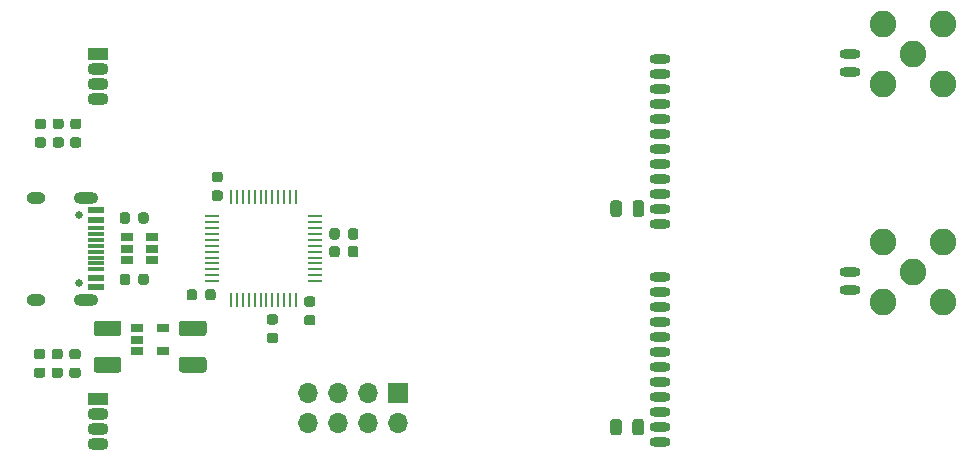
<source format=gbr>
G04 #@! TF.GenerationSoftware,KiCad,Pcbnew,5.1.8-db9833491~87~ubuntu20.04.1*
G04 #@! TF.CreationDate,2020-11-19T11:04:08+01:00*
G04 #@! TF.ProjectId,odie,6f646965-2e6b-4696-9361-645f70636258,v1.0*
G04 #@! TF.SameCoordinates,Original*
G04 #@! TF.FileFunction,Soldermask,Top*
G04 #@! TF.FilePolarity,Negative*
%FSLAX46Y46*%
G04 Gerber Fmt 4.6, Leading zero omitted, Abs format (unit mm)*
G04 Created by KiCad (PCBNEW 5.1.8-db9833491~87~ubuntu20.04.1) date 2020-11-19 11:04:08*
%MOMM*%
%LPD*%
G01*
G04 APERTURE LIST*
%ADD10R,1.300000X0.250000*%
%ADD11R,0.250000X1.300000*%
%ADD12R,1.060000X0.650000*%
%ADD13O,1.800000X1.070000*%
%ADD14R,1.800000X1.070000*%
%ADD15R,1.700000X1.700000*%
%ADD16O,1.700000X1.700000*%
%ADD17C,2.250000*%
%ADD18R,1.450000X0.600000*%
%ADD19R,1.450000X0.300000*%
%ADD20O,2.100000X1.000000*%
%ADD21C,0.650000*%
%ADD22O,1.600000X1.000000*%
%ADD23O,1.800000X0.800000*%
G04 APERTURE END LIST*
D10*
X145350000Y-116250000D03*
X145350000Y-115750000D03*
X145350000Y-115250000D03*
X145350000Y-114750000D03*
X145350000Y-114250000D03*
X145350000Y-113750000D03*
X145350000Y-113250000D03*
X145350000Y-112750000D03*
X145350000Y-112250000D03*
X145350000Y-111750000D03*
X145350000Y-111250000D03*
X145350000Y-110750000D03*
D11*
X143750000Y-109150000D03*
X143250000Y-109150000D03*
X142750000Y-109150000D03*
X142250000Y-109150000D03*
X141750000Y-109150000D03*
X141250000Y-109150000D03*
X140750000Y-109150000D03*
X140250000Y-109150000D03*
X139750000Y-109150000D03*
X139250000Y-109150000D03*
X138750000Y-109150000D03*
X138250000Y-109150000D03*
D10*
X136650000Y-110750000D03*
X136650000Y-111250000D03*
X136650000Y-111750000D03*
X136650000Y-112250000D03*
X136650000Y-112750000D03*
X136650000Y-113250000D03*
X136650000Y-113750000D03*
X136650000Y-114250000D03*
X136650000Y-114750000D03*
X136650000Y-115250000D03*
X136650000Y-115750000D03*
X136650000Y-116250000D03*
D11*
X138250000Y-117850000D03*
X138750000Y-117850000D03*
X139250000Y-117850000D03*
X139750000Y-117850000D03*
X140250000Y-117850000D03*
X140750000Y-117850000D03*
X141250000Y-117850000D03*
X141750000Y-117850000D03*
X142250000Y-117850000D03*
X142750000Y-117850000D03*
X143250000Y-117850000D03*
X143750000Y-117850000D03*
G36*
G01*
X131275000Y-110643750D02*
X131275000Y-111156250D01*
G75*
G02*
X131056250Y-111375000I-218750J0D01*
G01*
X130618750Y-111375000D01*
G75*
G02*
X130400000Y-111156250I0J218750D01*
G01*
X130400000Y-110643750D01*
G75*
G02*
X130618750Y-110425000I218750J0D01*
G01*
X131056250Y-110425000D01*
G75*
G02*
X131275000Y-110643750I0J-218750D01*
G01*
G37*
G36*
G01*
X129700000Y-110643750D02*
X129700000Y-111156250D01*
G75*
G02*
X129481250Y-111375000I-218750J0D01*
G01*
X129043750Y-111375000D01*
G75*
G02*
X128825000Y-111156250I0J218750D01*
G01*
X128825000Y-110643750D01*
G75*
G02*
X129043750Y-110425000I218750J0D01*
G01*
X129481250Y-110425000D01*
G75*
G02*
X129700000Y-110643750I0J-218750D01*
G01*
G37*
G36*
G01*
X126874999Y-122665000D02*
X128725001Y-122665000D01*
G75*
G02*
X128975000Y-122914999I0J-249999D01*
G01*
X128975000Y-123740001D01*
G75*
G02*
X128725001Y-123990000I-249999J0D01*
G01*
X126874999Y-123990000D01*
G75*
G02*
X126625000Y-123740001I0J249999D01*
G01*
X126625000Y-122914999D01*
G75*
G02*
X126874999Y-122665000I249999J0D01*
G01*
G37*
G36*
G01*
X126874999Y-119590000D02*
X128725001Y-119590000D01*
G75*
G02*
X128975000Y-119839999I0J-249999D01*
G01*
X128975000Y-120665001D01*
G75*
G02*
X128725001Y-120915000I-249999J0D01*
G01*
X126874999Y-120915000D01*
G75*
G02*
X126625000Y-120665001I0J249999D01*
G01*
X126625000Y-119839999D01*
G75*
G02*
X126874999Y-119590000I249999J0D01*
G01*
G37*
G36*
G01*
X134074999Y-119587500D02*
X135925001Y-119587500D01*
G75*
G02*
X136175000Y-119837499I0J-249999D01*
G01*
X136175000Y-120662501D01*
G75*
G02*
X135925001Y-120912500I-249999J0D01*
G01*
X134074999Y-120912500D01*
G75*
G02*
X133825000Y-120662501I0J249999D01*
G01*
X133825000Y-119837499D01*
G75*
G02*
X134074999Y-119587500I249999J0D01*
G01*
G37*
G36*
G01*
X134074999Y-122662500D02*
X135925001Y-122662500D01*
G75*
G02*
X136175000Y-122912499I0J-249999D01*
G01*
X136175000Y-123737501D01*
G75*
G02*
X135925001Y-123987500I-249999J0D01*
G01*
X134074999Y-123987500D01*
G75*
G02*
X133825000Y-123737501I0J249999D01*
G01*
X133825000Y-122912499D01*
G75*
G02*
X134074999Y-122662500I249999J0D01*
G01*
G37*
G36*
G01*
X135370000Y-117153750D02*
X135370000Y-117666250D01*
G75*
G02*
X135151250Y-117885000I-218750J0D01*
G01*
X134713750Y-117885000D01*
G75*
G02*
X134495000Y-117666250I0J218750D01*
G01*
X134495000Y-117153750D01*
G75*
G02*
X134713750Y-116935000I218750J0D01*
G01*
X135151250Y-116935000D01*
G75*
G02*
X135370000Y-117153750I0J-218750D01*
G01*
G37*
G36*
G01*
X136945000Y-117153750D02*
X136945000Y-117666250D01*
G75*
G02*
X136726250Y-117885000I-218750J0D01*
G01*
X136288750Y-117885000D01*
G75*
G02*
X136070000Y-117666250I0J218750D01*
G01*
X136070000Y-117153750D01*
G75*
G02*
X136288750Y-116935000I218750J0D01*
G01*
X136726250Y-116935000D01*
G75*
G02*
X136945000Y-117153750I0J-218750D01*
G01*
G37*
G36*
G01*
X144653750Y-117545000D02*
X145166250Y-117545000D01*
G75*
G02*
X145385000Y-117763750I0J-218750D01*
G01*
X145385000Y-118201250D01*
G75*
G02*
X145166250Y-118420000I-218750J0D01*
G01*
X144653750Y-118420000D01*
G75*
G02*
X144435000Y-118201250I0J218750D01*
G01*
X144435000Y-117763750D01*
G75*
G02*
X144653750Y-117545000I218750J0D01*
G01*
G37*
G36*
G01*
X144653750Y-119120000D02*
X145166250Y-119120000D01*
G75*
G02*
X145385000Y-119338750I0J-218750D01*
G01*
X145385000Y-119776250D01*
G75*
G02*
X145166250Y-119995000I-218750J0D01*
G01*
X144653750Y-119995000D01*
G75*
G02*
X144435000Y-119776250I0J218750D01*
G01*
X144435000Y-119338750D01*
G75*
G02*
X144653750Y-119120000I218750J0D01*
G01*
G37*
G36*
G01*
X137336250Y-107870000D02*
X136823750Y-107870000D01*
G75*
G02*
X136605000Y-107651250I0J218750D01*
G01*
X136605000Y-107213750D01*
G75*
G02*
X136823750Y-106995000I218750J0D01*
G01*
X137336250Y-106995000D01*
G75*
G02*
X137555000Y-107213750I0J-218750D01*
G01*
X137555000Y-107651250D01*
G75*
G02*
X137336250Y-107870000I-218750J0D01*
G01*
G37*
G36*
G01*
X137336250Y-109445000D02*
X136823750Y-109445000D01*
G75*
G02*
X136605000Y-109226250I0J218750D01*
G01*
X136605000Y-108788750D01*
G75*
G02*
X136823750Y-108570000I218750J0D01*
G01*
X137336250Y-108570000D01*
G75*
G02*
X137555000Y-108788750I0J-218750D01*
G01*
X137555000Y-109226250D01*
G75*
G02*
X137336250Y-109445000I-218750J0D01*
G01*
G37*
G36*
G01*
X146575000Y-112506250D02*
X146575000Y-111993750D01*
G75*
G02*
X146793750Y-111775000I218750J0D01*
G01*
X147231250Y-111775000D01*
G75*
G02*
X147450000Y-111993750I0J-218750D01*
G01*
X147450000Y-112506250D01*
G75*
G02*
X147231250Y-112725000I-218750J0D01*
G01*
X146793750Y-112725000D01*
G75*
G02*
X146575000Y-112506250I0J218750D01*
G01*
G37*
G36*
G01*
X148150000Y-112506250D02*
X148150000Y-111993750D01*
G75*
G02*
X148368750Y-111775000I218750J0D01*
G01*
X148806250Y-111775000D01*
G75*
G02*
X149025000Y-111993750I0J-218750D01*
G01*
X149025000Y-112506250D01*
G75*
G02*
X148806250Y-112725000I-218750J0D01*
G01*
X148368750Y-112725000D01*
G75*
G02*
X148150000Y-112506250I0J218750D01*
G01*
G37*
G36*
G01*
X146575000Y-114006250D02*
X146575000Y-113493750D01*
G75*
G02*
X146793750Y-113275000I218750J0D01*
G01*
X147231250Y-113275000D01*
G75*
G02*
X147450000Y-113493750I0J-218750D01*
G01*
X147450000Y-114006250D01*
G75*
G02*
X147231250Y-114225000I-218750J0D01*
G01*
X146793750Y-114225000D01*
G75*
G02*
X146575000Y-114006250I0J218750D01*
G01*
G37*
G36*
G01*
X148150000Y-114006250D02*
X148150000Y-113493750D01*
G75*
G02*
X148368750Y-113275000I218750J0D01*
G01*
X148806250Y-113275000D01*
G75*
G02*
X149025000Y-113493750I0J-218750D01*
G01*
X149025000Y-114006250D01*
G75*
G02*
X148806250Y-114225000I-218750J0D01*
G01*
X148368750Y-114225000D01*
G75*
G02*
X148150000Y-114006250I0J218750D01*
G01*
G37*
G36*
G01*
X129700000Y-115843750D02*
X129700000Y-116356250D01*
G75*
G02*
X129481250Y-116575000I-218750J0D01*
G01*
X129043750Y-116575000D01*
G75*
G02*
X128825000Y-116356250I0J218750D01*
G01*
X128825000Y-115843750D01*
G75*
G02*
X129043750Y-115625000I218750J0D01*
G01*
X129481250Y-115625000D01*
G75*
G02*
X129700000Y-115843750I0J-218750D01*
G01*
G37*
G36*
G01*
X131275000Y-115843750D02*
X131275000Y-116356250D01*
G75*
G02*
X131056250Y-116575000I-218750J0D01*
G01*
X130618750Y-116575000D01*
G75*
G02*
X130400000Y-116356250I0J218750D01*
G01*
X130400000Y-115843750D01*
G75*
G02*
X130618750Y-115625000I218750J0D01*
G01*
X131056250Y-115625000D01*
G75*
G02*
X131275000Y-115843750I0J-218750D01*
G01*
G37*
G36*
G01*
X141493750Y-119045000D02*
X142006250Y-119045000D01*
G75*
G02*
X142225000Y-119263750I0J-218750D01*
G01*
X142225000Y-119701250D01*
G75*
G02*
X142006250Y-119920000I-218750J0D01*
G01*
X141493750Y-119920000D01*
G75*
G02*
X141275000Y-119701250I0J218750D01*
G01*
X141275000Y-119263750D01*
G75*
G02*
X141493750Y-119045000I218750J0D01*
G01*
G37*
G36*
G01*
X141493750Y-120620000D02*
X142006250Y-120620000D01*
G75*
G02*
X142225000Y-120838750I0J-218750D01*
G01*
X142225000Y-121276250D01*
G75*
G02*
X142006250Y-121495000I-218750J0D01*
G01*
X141493750Y-121495000D01*
G75*
G02*
X141275000Y-121276250I0J218750D01*
G01*
X141275000Y-120838750D01*
G75*
G02*
X141493750Y-120620000I218750J0D01*
G01*
G37*
G36*
G01*
X122366250Y-104945000D02*
X121853750Y-104945000D01*
G75*
G02*
X121635000Y-104726250I0J218750D01*
G01*
X121635000Y-104288750D01*
G75*
G02*
X121853750Y-104070000I218750J0D01*
G01*
X122366250Y-104070000D01*
G75*
G02*
X122585000Y-104288750I0J-218750D01*
G01*
X122585000Y-104726250D01*
G75*
G02*
X122366250Y-104945000I-218750J0D01*
G01*
G37*
G36*
G01*
X122366250Y-103370000D02*
X121853750Y-103370000D01*
G75*
G02*
X121635000Y-103151250I0J218750D01*
G01*
X121635000Y-102713750D01*
G75*
G02*
X121853750Y-102495000I218750J0D01*
G01*
X122366250Y-102495000D01*
G75*
G02*
X122585000Y-102713750I0J-218750D01*
G01*
X122585000Y-103151250D01*
G75*
G02*
X122366250Y-103370000I-218750J0D01*
G01*
G37*
G36*
G01*
X123866250Y-103370000D02*
X123353750Y-103370000D01*
G75*
G02*
X123135000Y-103151250I0J218750D01*
G01*
X123135000Y-102713750D01*
G75*
G02*
X123353750Y-102495000I218750J0D01*
G01*
X123866250Y-102495000D01*
G75*
G02*
X124085000Y-102713750I0J-218750D01*
G01*
X124085000Y-103151250D01*
G75*
G02*
X123866250Y-103370000I-218750J0D01*
G01*
G37*
G36*
G01*
X123866250Y-104945000D02*
X123353750Y-104945000D01*
G75*
G02*
X123135000Y-104726250I0J218750D01*
G01*
X123135000Y-104288750D01*
G75*
G02*
X123353750Y-104070000I218750J0D01*
G01*
X123866250Y-104070000D01*
G75*
G02*
X124085000Y-104288750I0J-218750D01*
G01*
X124085000Y-104726250D01*
G75*
G02*
X123866250Y-104945000I-218750J0D01*
G01*
G37*
G36*
G01*
X125366250Y-104945000D02*
X124853750Y-104945000D01*
G75*
G02*
X124635000Y-104726250I0J218750D01*
G01*
X124635000Y-104288750D01*
G75*
G02*
X124853750Y-104070000I218750J0D01*
G01*
X125366250Y-104070000D01*
G75*
G02*
X125585000Y-104288750I0J-218750D01*
G01*
X125585000Y-104726250D01*
G75*
G02*
X125366250Y-104945000I-218750J0D01*
G01*
G37*
G36*
G01*
X125366250Y-103370000D02*
X124853750Y-103370000D01*
G75*
G02*
X124635000Y-103151250I0J218750D01*
G01*
X124635000Y-102713750D01*
G75*
G02*
X124853750Y-102495000I218750J0D01*
G01*
X125366250Y-102495000D01*
G75*
G02*
X125585000Y-102713750I0J-218750D01*
G01*
X125585000Y-103151250D01*
G75*
G02*
X125366250Y-103370000I-218750J0D01*
G01*
G37*
G36*
G01*
X124783750Y-123560000D02*
X125296250Y-123560000D01*
G75*
G02*
X125515000Y-123778750I0J-218750D01*
G01*
X125515000Y-124216250D01*
G75*
G02*
X125296250Y-124435000I-218750J0D01*
G01*
X124783750Y-124435000D01*
G75*
G02*
X124565000Y-124216250I0J218750D01*
G01*
X124565000Y-123778750D01*
G75*
G02*
X124783750Y-123560000I218750J0D01*
G01*
G37*
G36*
G01*
X124783750Y-121985000D02*
X125296250Y-121985000D01*
G75*
G02*
X125515000Y-122203750I0J-218750D01*
G01*
X125515000Y-122641250D01*
G75*
G02*
X125296250Y-122860000I-218750J0D01*
G01*
X124783750Y-122860000D01*
G75*
G02*
X124565000Y-122641250I0J218750D01*
G01*
X124565000Y-122203750D01*
G75*
G02*
X124783750Y-121985000I218750J0D01*
G01*
G37*
D12*
X130300000Y-120250000D03*
X130300000Y-121200000D03*
X130300000Y-122150000D03*
X132500000Y-122150000D03*
X132500000Y-120250000D03*
X131600000Y-114450000D03*
X131600000Y-113500000D03*
X131600000Y-112550000D03*
X129400000Y-112550000D03*
X129400000Y-114450000D03*
X129400000Y-113500000D03*
D13*
X127000000Y-100810000D03*
X127000000Y-99540000D03*
X127000000Y-98270000D03*
D14*
X127000000Y-97000000D03*
X127000000Y-126200000D03*
D13*
X127000000Y-127470000D03*
X127000000Y-128740000D03*
X127000000Y-130010000D03*
G36*
G01*
X123273750Y-121985000D02*
X123786250Y-121985000D01*
G75*
G02*
X124005000Y-122203750I0J-218750D01*
G01*
X124005000Y-122641250D01*
G75*
G02*
X123786250Y-122860000I-218750J0D01*
G01*
X123273750Y-122860000D01*
G75*
G02*
X123055000Y-122641250I0J218750D01*
G01*
X123055000Y-122203750D01*
G75*
G02*
X123273750Y-121985000I218750J0D01*
G01*
G37*
G36*
G01*
X123273750Y-123560000D02*
X123786250Y-123560000D01*
G75*
G02*
X124005000Y-123778750I0J-218750D01*
G01*
X124005000Y-124216250D01*
G75*
G02*
X123786250Y-124435000I-218750J0D01*
G01*
X123273750Y-124435000D01*
G75*
G02*
X123055000Y-124216250I0J218750D01*
G01*
X123055000Y-123778750D01*
G75*
G02*
X123273750Y-123560000I218750J0D01*
G01*
G37*
G36*
G01*
X121783750Y-123560000D02*
X122296250Y-123560000D01*
G75*
G02*
X122515000Y-123778750I0J-218750D01*
G01*
X122515000Y-124216250D01*
G75*
G02*
X122296250Y-124435000I-218750J0D01*
G01*
X121783750Y-124435000D01*
G75*
G02*
X121565000Y-124216250I0J218750D01*
G01*
X121565000Y-123778750D01*
G75*
G02*
X121783750Y-123560000I218750J0D01*
G01*
G37*
G36*
G01*
X121783750Y-121985000D02*
X122296250Y-121985000D01*
G75*
G02*
X122515000Y-122203750I0J-218750D01*
G01*
X122515000Y-122641250D01*
G75*
G02*
X122296250Y-122860000I-218750J0D01*
G01*
X121783750Y-122860000D01*
G75*
G02*
X121565000Y-122641250I0J218750D01*
G01*
X121565000Y-122203750D01*
G75*
G02*
X121783750Y-121985000I218750J0D01*
G01*
G37*
G36*
G01*
X173225000Y-109653750D02*
X173225000Y-110566250D01*
G75*
G02*
X172981250Y-110810000I-243750J0D01*
G01*
X172493750Y-110810000D01*
G75*
G02*
X172250000Y-110566250I0J243750D01*
G01*
X172250000Y-109653750D01*
G75*
G02*
X172493750Y-109410000I243750J0D01*
G01*
X172981250Y-109410000D01*
G75*
G02*
X173225000Y-109653750I0J-243750D01*
G01*
G37*
G36*
G01*
X171350000Y-109653750D02*
X171350000Y-110566250D01*
G75*
G02*
X171106250Y-110810000I-243750J0D01*
G01*
X170618750Y-110810000D01*
G75*
G02*
X170375000Y-110566250I0J243750D01*
G01*
X170375000Y-109653750D01*
G75*
G02*
X170618750Y-109410000I243750J0D01*
G01*
X171106250Y-109410000D01*
G75*
G02*
X171350000Y-109653750I0J-243750D01*
G01*
G37*
G36*
G01*
X171340000Y-128153750D02*
X171340000Y-129066250D01*
G75*
G02*
X171096250Y-129310000I-243750J0D01*
G01*
X170608750Y-129310000D01*
G75*
G02*
X170365000Y-129066250I0J243750D01*
G01*
X170365000Y-128153750D01*
G75*
G02*
X170608750Y-127910000I243750J0D01*
G01*
X171096250Y-127910000D01*
G75*
G02*
X171340000Y-128153750I0J-243750D01*
G01*
G37*
G36*
G01*
X173215000Y-128153750D02*
X173215000Y-129066250D01*
G75*
G02*
X172971250Y-129310000I-243750J0D01*
G01*
X172483750Y-129310000D01*
G75*
G02*
X172240000Y-129066250I0J243750D01*
G01*
X172240000Y-128153750D01*
G75*
G02*
X172483750Y-127910000I243750J0D01*
G01*
X172971250Y-127910000D01*
G75*
G02*
X173215000Y-128153750I0J-243750D01*
G01*
G37*
D15*
X152390000Y-125730000D03*
D16*
X152390000Y-128270000D03*
X149850000Y-125730000D03*
X149850000Y-128270000D03*
X147310000Y-125730000D03*
X147310000Y-128270000D03*
X144770000Y-125730000D03*
X144770000Y-128270000D03*
D17*
X196000000Y-97000000D03*
X193460000Y-99540000D03*
X198540000Y-99540000D03*
X198540000Y-94460000D03*
X193460000Y-94460000D03*
X193460000Y-112960000D03*
X198540000Y-112960000D03*
X198540000Y-118040000D03*
X193460000Y-118040000D03*
X196000000Y-115500000D03*
D18*
X126845000Y-116750000D03*
X126845000Y-115950000D03*
X126845000Y-111050000D03*
X126845000Y-110250000D03*
X126845000Y-110250000D03*
X126845000Y-111050000D03*
X126845000Y-115950000D03*
X126845000Y-116750000D03*
D19*
X126845000Y-111750000D03*
X126845000Y-112250000D03*
X126845000Y-112750000D03*
X126845000Y-113750000D03*
X126845000Y-114250000D03*
X126845000Y-114750000D03*
X126845000Y-115250000D03*
X126845000Y-113250000D03*
D20*
X125930000Y-117820000D03*
X125930000Y-109180000D03*
D21*
X125400000Y-110610000D03*
D22*
X121750000Y-109180000D03*
D21*
X125400000Y-116390000D03*
D22*
X121750000Y-117820000D03*
D23*
X190650000Y-98500000D03*
X190650000Y-97000000D03*
X174550000Y-111375000D03*
X174550000Y-110105000D03*
X174550000Y-108835000D03*
X174550000Y-107565000D03*
X174550000Y-106295000D03*
X174550000Y-105025000D03*
X174550000Y-103755000D03*
X174550000Y-102485000D03*
X174550000Y-101215000D03*
X174550000Y-99945000D03*
X174550000Y-98675000D03*
X174550000Y-97405000D03*
X174550000Y-115905000D03*
X174550000Y-117175000D03*
X174550000Y-118445000D03*
X174550000Y-119715000D03*
X174550000Y-120985000D03*
X174550000Y-122255000D03*
X174550000Y-123525000D03*
X174550000Y-124795000D03*
X174550000Y-126065000D03*
X174550000Y-127335000D03*
X174550000Y-128605000D03*
X174550000Y-129875000D03*
X190650000Y-115500000D03*
X190650000Y-117000000D03*
M02*

</source>
